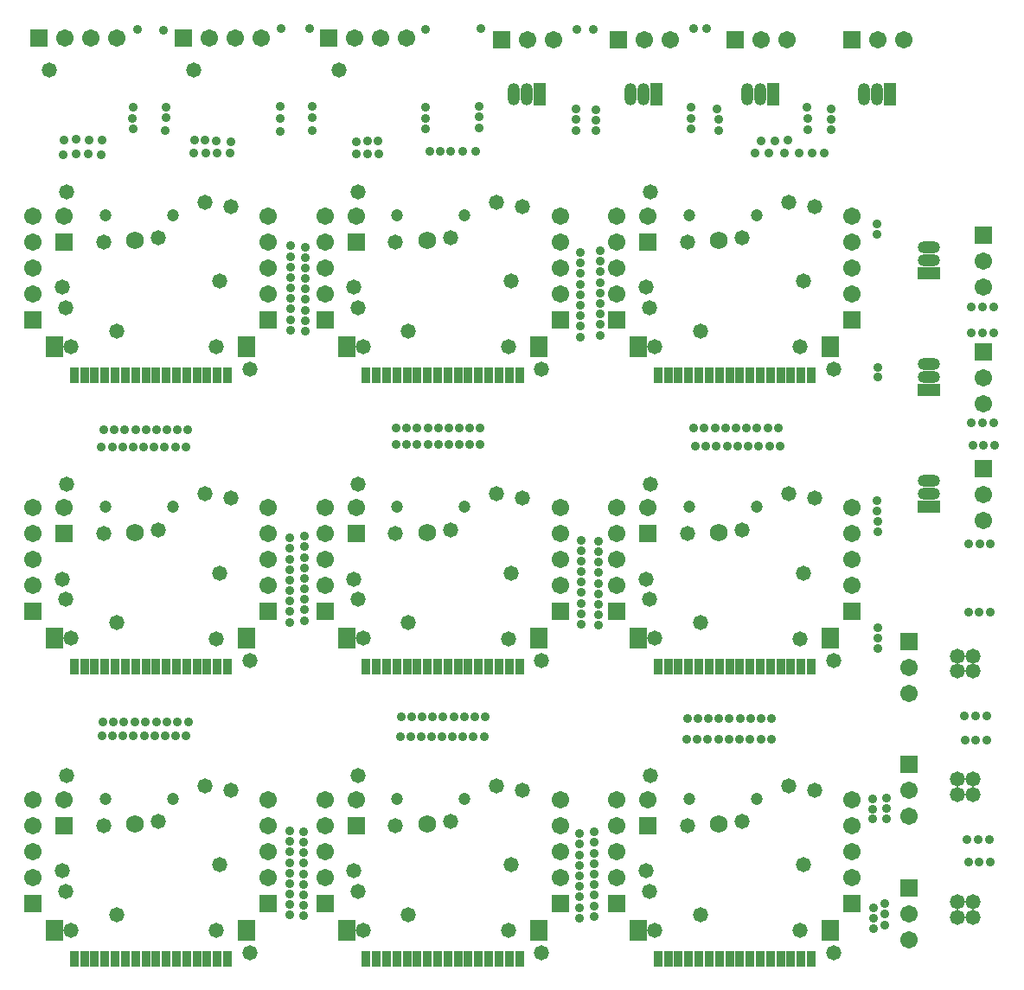
<source format=gbs>
G04*
G04 #@! TF.GenerationSoftware,Altium Limited,Altium Designer,19.0.11 (319)*
G04*
G04 Layer_Color=16711935*
%FSLAX25Y25*%
%MOIN*%
G70*
G01*
G75*
%ADD45C,0.03600*%
%ADD46C,0.06706*%
%ADD47R,0.06706X0.06706*%
%ADD48C,0.05800*%
%ADD49R,0.06706X0.06706*%
%ADD50O,0.08674X0.04737*%
%ADD51R,0.08674X0.04737*%
%ADD52C,0.06800*%
%ADD53C,0.04737*%
%ADD54O,0.04737X0.08674*%
%ADD55R,0.04737X0.08674*%
%ADD56R,0.03556X0.06115*%
%ADD57R,0.06706X0.08280*%
D45*
X266450Y377900D02*
D03*
X261400Y377750D02*
D03*
X222850Y377300D02*
D03*
X216450Y377600D02*
D03*
X332100Y302500D02*
D03*
Y298596D02*
D03*
X332400Y183959D02*
D03*
X18700Y334950D02*
D03*
X18450Y329150D02*
D03*
X83050Y334100D02*
D03*
X82750Y329650D02*
D03*
X140200Y329400D02*
D03*
X135900Y329450D02*
D03*
X131641Y329400D02*
D03*
X302300Y329850D02*
D03*
X296550Y329800D02*
D03*
X307100Y329650D02*
D03*
X311750Y329700D02*
D03*
X177550Y330600D02*
D03*
X172550Y330450D02*
D03*
X179350Y377700D02*
D03*
X158300Y377550D02*
D03*
X102400Y377700D02*
D03*
X113500D02*
D03*
X45600Y347400D02*
D03*
X45115Y343250D02*
D03*
X45344Y339000D02*
D03*
X58100Y347600D02*
D03*
X58215Y343300D02*
D03*
X57978Y338596D02*
D03*
X375850Y152650D02*
D03*
X371596D02*
D03*
X367341D02*
D03*
X374350Y112802D02*
D03*
X370096D02*
D03*
X365841D02*
D03*
X314500Y346950D02*
D03*
Y342796D02*
D03*
Y338641D02*
D03*
X47150Y377550D02*
D03*
X57250Y377150D02*
D03*
X159791Y330300D02*
D03*
X163846D02*
D03*
X167900D02*
D03*
X335750Y73291D02*
D03*
Y77246D02*
D03*
Y81200D02*
D03*
X290600Y329850D02*
D03*
X285050Y329800D02*
D03*
X111550Y153687D02*
D03*
Y157741D02*
D03*
Y161796D02*
D03*
Y149583D02*
D03*
Y169904D02*
D03*
Y173959D02*
D03*
Y178013D02*
D03*
Y165850D02*
D03*
Y182117D02*
D03*
X105800Y181417D02*
D03*
Y165150D02*
D03*
Y177313D02*
D03*
Y173259D02*
D03*
Y169204D02*
D03*
Y148883D02*
D03*
Y161096D02*
D03*
Y157041D02*
D03*
Y152987D02*
D03*
X270984Y338491D02*
D03*
Y342646D02*
D03*
X270643Y346750D02*
D03*
X305350Y338641D02*
D03*
Y343100D02*
D03*
X305300Y347354D02*
D03*
X260650Y339091D02*
D03*
Y343196D02*
D03*
Y347300D02*
D03*
X223800Y338341D02*
D03*
Y342496D02*
D03*
Y346600D02*
D03*
X216049Y338491D02*
D03*
Y342646D02*
D03*
Y346750D02*
D03*
X178750Y339491D02*
D03*
Y343646D02*
D03*
Y347800D02*
D03*
X158300Y339091D02*
D03*
Y343196D02*
D03*
Y347300D02*
D03*
X114573Y338396D02*
D03*
X114623Y343300D02*
D03*
X114600Y347900D02*
D03*
X102123Y338200D02*
D03*
X102136Y343100D02*
D03*
X102273Y347950D02*
D03*
X369041Y217100D02*
D03*
X373296D02*
D03*
X377550D02*
D03*
X368491Y225750D02*
D03*
X372746D02*
D03*
X377000D02*
D03*
X368641Y260437D02*
D03*
X372896D02*
D03*
X377150D02*
D03*
X368641Y270450D02*
D03*
X372896D02*
D03*
X377150D02*
D03*
X332250Y195900D02*
D03*
Y191946D02*
D03*
X332400Y187950D02*
D03*
X332600Y146850D02*
D03*
Y142896D02*
D03*
Y138941D02*
D03*
X330375Y80900D02*
D03*
Y76946D02*
D03*
Y72991D02*
D03*
X330750Y38900D02*
D03*
Y34796D02*
D03*
Y30841D02*
D03*
X335050Y32241D02*
D03*
Y36346D02*
D03*
Y40450D02*
D03*
X367396Y56450D02*
D03*
X371650D02*
D03*
X375904D02*
D03*
X366841Y65050D02*
D03*
X371096D02*
D03*
X375350D02*
D03*
X365991Y103302D02*
D03*
X370246D02*
D03*
X374500D02*
D03*
X375950Y179250D02*
D03*
X371696D02*
D03*
X367441D02*
D03*
X332400Y243296D02*
D03*
Y247200D02*
D03*
X287634Y334596D02*
D03*
X292884D02*
D03*
X297884Y334646D02*
D03*
X131491Y334250D02*
D03*
X135750Y334300D02*
D03*
X139850Y334400D02*
D03*
X77850Y329700D02*
D03*
X73450Y329800D02*
D03*
X68891Y329700D02*
D03*
X77650Y334500D02*
D03*
X73150Y334700D02*
D03*
X69041Y334750D02*
D03*
X33250Y329100D02*
D03*
X28200Y329300D02*
D03*
X23550Y329600D02*
D03*
X33400Y334950D02*
D03*
X28500Y334800D02*
D03*
X23350Y335000D02*
D03*
X225450Y288046D02*
D03*
Y283991D02*
D03*
Y279937D02*
D03*
Y292100D02*
D03*
Y271829D02*
D03*
Y267724D02*
D03*
Y263670D02*
D03*
Y275883D02*
D03*
Y259616D02*
D03*
X217850Y258944D02*
D03*
Y275212D02*
D03*
Y262999D02*
D03*
Y267053D02*
D03*
Y271157D02*
D03*
Y291429D02*
D03*
Y279266D02*
D03*
Y283320D02*
D03*
Y287374D02*
D03*
X111750Y289546D02*
D03*
Y285491D02*
D03*
Y281437D02*
D03*
Y293600D02*
D03*
Y273329D02*
D03*
Y269274D02*
D03*
Y265170D02*
D03*
Y277383D02*
D03*
Y261116D02*
D03*
X106050Y261516D02*
D03*
Y277783D02*
D03*
Y265570D02*
D03*
Y269674D02*
D03*
Y273729D02*
D03*
Y294000D02*
D03*
Y281837D02*
D03*
Y285891D02*
D03*
Y289946D02*
D03*
X61661Y216600D02*
D03*
X57607D02*
D03*
X53553D02*
D03*
X65716D02*
D03*
X45544D02*
D03*
X41390D02*
D03*
X37336D02*
D03*
X49549D02*
D03*
X33281D02*
D03*
X34066Y223150D02*
D03*
X50333D02*
D03*
X38120D02*
D03*
X42174D02*
D03*
X46329D02*
D03*
X66550D02*
D03*
X54337D02*
D03*
X58441D02*
D03*
X62496D02*
D03*
X175246Y217450D02*
D03*
X171241D02*
D03*
X167187D02*
D03*
X179300D02*
D03*
X159029D02*
D03*
X154974D02*
D03*
X150970D02*
D03*
X163133D02*
D03*
X146966D02*
D03*
Y223950D02*
D03*
X163133D02*
D03*
X150970D02*
D03*
X154974D02*
D03*
X159029D02*
D03*
X179300D02*
D03*
X167187D02*
D03*
X171241D02*
D03*
X175246D02*
D03*
X290663Y216650D02*
D03*
X286509D02*
D03*
X282454D02*
D03*
X294817D02*
D03*
X274346D02*
D03*
X270291D02*
D03*
X266187D02*
D03*
X278400D02*
D03*
X262133D02*
D03*
X261617Y223950D02*
D03*
X277850Y223750D02*
D03*
X265637D02*
D03*
X269691D02*
D03*
X273796D02*
D03*
X294267D02*
D03*
X281904D02*
D03*
X285959D02*
D03*
X290113D02*
D03*
X218100Y152220D02*
D03*
Y156274D02*
D03*
Y160329D02*
D03*
Y148116D02*
D03*
Y168437D02*
D03*
Y172491D02*
D03*
Y176546D02*
D03*
Y164383D02*
D03*
Y180600D02*
D03*
X224800Y180150D02*
D03*
Y163933D02*
D03*
Y176096D02*
D03*
Y172041D02*
D03*
Y167987D02*
D03*
Y147666D02*
D03*
Y159879D02*
D03*
Y155824D02*
D03*
Y151770D02*
D03*
X263070Y111900D02*
D03*
X267124D02*
D03*
X271229D02*
D03*
X259016D02*
D03*
X279337D02*
D03*
X283391D02*
D03*
X287546D02*
D03*
X275283D02*
D03*
X291600D02*
D03*
X291450Y103670D02*
D03*
X275083D02*
D03*
X287346D02*
D03*
X283191D02*
D03*
X279137D02*
D03*
X258816D02*
D03*
X271029D02*
D03*
X266924D02*
D03*
X262870D02*
D03*
X223000Y63996D02*
D03*
Y59941D02*
D03*
Y55837D02*
D03*
Y68100D02*
D03*
Y47729D02*
D03*
Y43674D02*
D03*
Y39620D02*
D03*
Y51783D02*
D03*
Y35516D02*
D03*
X217600Y34816D02*
D03*
Y51083D02*
D03*
Y38920D02*
D03*
Y42974D02*
D03*
Y47029D02*
D03*
Y67400D02*
D03*
Y55137D02*
D03*
Y59241D02*
D03*
Y63296D02*
D03*
X176646Y104750D02*
D03*
X172641D02*
D03*
X168637D02*
D03*
X180750D02*
D03*
X160529D02*
D03*
X156374D02*
D03*
X152370D02*
D03*
X164583D02*
D03*
X148366D02*
D03*
X148766Y112350D02*
D03*
X164983D02*
D03*
X152770D02*
D03*
X156774D02*
D03*
X160929D02*
D03*
X181150D02*
D03*
X169037D02*
D03*
X173041D02*
D03*
X177046D02*
D03*
X105800Y40070D02*
D03*
Y44124D02*
D03*
Y48179D02*
D03*
Y35966D02*
D03*
Y56287D02*
D03*
Y60391D02*
D03*
Y64446D02*
D03*
Y52233D02*
D03*
Y68550D02*
D03*
X111300Y68250D02*
D03*
Y51933D02*
D03*
Y64146D02*
D03*
Y60091D02*
D03*
Y55987D02*
D03*
Y35666D02*
D03*
Y47879D02*
D03*
Y43824D02*
D03*
Y39770D02*
D03*
X37420Y105100D02*
D03*
X41474D02*
D03*
X45629D02*
D03*
X33366D02*
D03*
X53687D02*
D03*
X57691D02*
D03*
X61796D02*
D03*
X49683D02*
D03*
X65850D02*
D03*
X66700Y110550D02*
D03*
X50283D02*
D03*
X62596D02*
D03*
X58491D02*
D03*
X54337D02*
D03*
X33766D02*
D03*
X46179D02*
D03*
X41974D02*
D03*
X37870D02*
D03*
D46*
X39000Y374198D02*
D03*
X29000D02*
D03*
X19000D02*
D03*
X94976D02*
D03*
X84976D02*
D03*
X74976D02*
D03*
X150953D02*
D03*
X140953D02*
D03*
X130953D02*
D03*
X373000Y278000D02*
D03*
Y288000D02*
D03*
Y233000D02*
D03*
Y243000D02*
D03*
Y188000D02*
D03*
Y198000D02*
D03*
X18902Y305499D02*
D03*
X97601D02*
D03*
Y295498D02*
D03*
Y285498D02*
D03*
Y275499D02*
D03*
X6901D02*
D03*
Y285498D02*
D03*
Y295498D02*
D03*
Y305499D02*
D03*
X18902Y192999D02*
D03*
X97601D02*
D03*
Y182999D02*
D03*
Y172998D02*
D03*
Y162998D02*
D03*
X6901D02*
D03*
Y172998D02*
D03*
Y182999D02*
D03*
Y192999D02*
D03*
X18902Y80498D02*
D03*
X97601D02*
D03*
Y70499D02*
D03*
Y60498D02*
D03*
Y50498D02*
D03*
X6901D02*
D03*
Y60498D02*
D03*
Y70499D02*
D03*
Y80498D02*
D03*
X131402Y305499D02*
D03*
X210102D02*
D03*
Y295498D02*
D03*
Y285498D02*
D03*
Y275499D02*
D03*
X119402D02*
D03*
Y285498D02*
D03*
Y295498D02*
D03*
Y305499D02*
D03*
X131402Y192999D02*
D03*
X210102D02*
D03*
Y182999D02*
D03*
Y172998D02*
D03*
Y162998D02*
D03*
X119402D02*
D03*
Y172998D02*
D03*
Y182999D02*
D03*
Y192999D02*
D03*
X131402Y80498D02*
D03*
X210102D02*
D03*
Y70499D02*
D03*
Y60498D02*
D03*
Y50498D02*
D03*
X119402D02*
D03*
Y60498D02*
D03*
Y70499D02*
D03*
Y80498D02*
D03*
X243901Y305499D02*
D03*
X322602D02*
D03*
Y295498D02*
D03*
Y285498D02*
D03*
Y275499D02*
D03*
X231902D02*
D03*
Y285498D02*
D03*
Y295498D02*
D03*
Y305499D02*
D03*
X243901Y192999D02*
D03*
X322602D02*
D03*
Y182999D02*
D03*
Y172998D02*
D03*
Y162998D02*
D03*
X231902D02*
D03*
Y172998D02*
D03*
Y182999D02*
D03*
Y192999D02*
D03*
X243901Y80498D02*
D03*
X322602D02*
D03*
Y70499D02*
D03*
Y60498D02*
D03*
Y50498D02*
D03*
X231902D02*
D03*
Y60498D02*
D03*
Y70499D02*
D03*
Y80498D02*
D03*
X344500Y36563D02*
D03*
Y26563D02*
D03*
Y84000D02*
D03*
Y74000D02*
D03*
Y131437D02*
D03*
Y121437D02*
D03*
X207500Y373500D02*
D03*
X197500D02*
D03*
X252500D02*
D03*
X242500D02*
D03*
X297500D02*
D03*
X287500D02*
D03*
X342500D02*
D03*
X332500D02*
D03*
D47*
X9000Y374198D02*
D03*
X64976D02*
D03*
X120953D02*
D03*
X187500Y373500D02*
D03*
X232500D02*
D03*
X277500D02*
D03*
X322500D02*
D03*
D48*
X13000Y361854D02*
D03*
X68976D02*
D03*
X124953D02*
D03*
X18001Y277998D02*
D03*
X39002Y261198D02*
D03*
X21501Y255199D02*
D03*
X19501Y270198D02*
D03*
X78802Y280298D02*
D03*
X77501Y254998D02*
D03*
X90333Y246599D02*
D03*
X34001Y295599D02*
D03*
X19702Y314699D02*
D03*
X55301Y296999D02*
D03*
X73001Y310799D02*
D03*
X83101Y309198D02*
D03*
X18001Y165498D02*
D03*
X39002Y148698D02*
D03*
X21501Y142699D02*
D03*
X19501Y157699D02*
D03*
X78802Y167798D02*
D03*
X77501Y142499D02*
D03*
X90333Y134098D02*
D03*
X34001Y183098D02*
D03*
X19702Y202199D02*
D03*
X55301Y184499D02*
D03*
X73001Y198299D02*
D03*
X83101Y196698D02*
D03*
X18001Y52999D02*
D03*
X39002Y36198D02*
D03*
X21501Y30198D02*
D03*
X19501Y45199D02*
D03*
X78802Y55299D02*
D03*
X77501Y29998D02*
D03*
X90333Y21599D02*
D03*
X34001Y70599D02*
D03*
X19702Y89698D02*
D03*
X55301Y71999D02*
D03*
X73001Y85799D02*
D03*
X83101Y84198D02*
D03*
X130501Y277998D02*
D03*
X151502Y261198D02*
D03*
X134002Y255199D02*
D03*
X132001Y270198D02*
D03*
X191302Y280298D02*
D03*
X190001Y254998D02*
D03*
X202833Y246599D02*
D03*
X146502Y295599D02*
D03*
X132202Y314699D02*
D03*
X167801Y296999D02*
D03*
X185502Y310799D02*
D03*
X195601Y309198D02*
D03*
X130501Y165498D02*
D03*
X151502Y148698D02*
D03*
X134002Y142699D02*
D03*
X132001Y157699D02*
D03*
X191302Y167798D02*
D03*
X190001Y142499D02*
D03*
X202833Y134098D02*
D03*
X146502Y183098D02*
D03*
X132202Y202199D02*
D03*
X167801Y184499D02*
D03*
X185502Y198299D02*
D03*
X195601Y196698D02*
D03*
X130501Y52999D02*
D03*
X151502Y36198D02*
D03*
X134002Y30198D02*
D03*
X132001Y45199D02*
D03*
X191302Y55299D02*
D03*
X190001Y29998D02*
D03*
X202833Y21599D02*
D03*
X146502Y70599D02*
D03*
X132202Y89698D02*
D03*
X167801Y71999D02*
D03*
X185502Y85799D02*
D03*
X195601Y84198D02*
D03*
X243002Y277998D02*
D03*
X264001Y261198D02*
D03*
X246501Y255199D02*
D03*
X244501Y270198D02*
D03*
X303801Y280298D02*
D03*
X302502Y254998D02*
D03*
X315333Y246599D02*
D03*
X259001Y295599D02*
D03*
X244702Y314699D02*
D03*
X280301Y296999D02*
D03*
X298002Y310799D02*
D03*
X308102Y309198D02*
D03*
X243002Y165498D02*
D03*
X264001Y148698D02*
D03*
X246501Y142699D02*
D03*
X244501Y157699D02*
D03*
X303801Y167798D02*
D03*
X302502Y142499D02*
D03*
X315333Y134098D02*
D03*
X259001Y183098D02*
D03*
X244702Y202199D02*
D03*
X280301Y184499D02*
D03*
X298002Y198299D02*
D03*
X308102Y196698D02*
D03*
X243002Y52999D02*
D03*
X264001Y36198D02*
D03*
X246501Y30198D02*
D03*
X244501Y45199D02*
D03*
X303801Y55299D02*
D03*
X302502Y29998D02*
D03*
X315333Y21599D02*
D03*
X259001Y70599D02*
D03*
X244702Y89698D02*
D03*
X280301Y71999D02*
D03*
X298002Y85799D02*
D03*
X308102Y84198D02*
D03*
X369000Y35099D02*
D03*
X363000D02*
D03*
X369000Y41063D02*
D03*
X363000D02*
D03*
X369000Y82537D02*
D03*
X363000D02*
D03*
X369000Y88500D02*
D03*
X363000D02*
D03*
X369000Y129973D02*
D03*
X363000D02*
D03*
X369000Y135937D02*
D03*
X363000D02*
D03*
D49*
X373000Y298000D02*
D03*
Y253000D02*
D03*
Y208000D02*
D03*
X18902Y295498D02*
D03*
X97601Y265498D02*
D03*
X6901D02*
D03*
X18902Y182999D02*
D03*
X97601Y152998D02*
D03*
X6901D02*
D03*
X18902Y70499D02*
D03*
X97601Y40499D02*
D03*
X6901D02*
D03*
X131402Y295498D02*
D03*
X210102Y265498D02*
D03*
X119402D02*
D03*
X131402Y182999D02*
D03*
X210102Y152998D02*
D03*
X119402D02*
D03*
X131402Y70499D02*
D03*
X210102Y40499D02*
D03*
X119402D02*
D03*
X243901Y295498D02*
D03*
X322602Y265498D02*
D03*
X231902D02*
D03*
X243901Y182999D02*
D03*
X322602Y152998D02*
D03*
X231902D02*
D03*
X243901Y70499D02*
D03*
X322602Y40499D02*
D03*
X231902D02*
D03*
X344500Y46563D02*
D03*
Y94000D02*
D03*
Y141437D02*
D03*
D50*
X352000Y293500D02*
D03*
Y288500D02*
D03*
Y248500D02*
D03*
Y243500D02*
D03*
Y203500D02*
D03*
Y198500D02*
D03*
D51*
Y283500D02*
D03*
Y238500D02*
D03*
Y193500D02*
D03*
D52*
X46202Y295999D02*
D03*
Y183499D02*
D03*
Y70999D02*
D03*
X158702Y295999D02*
D03*
Y183499D02*
D03*
Y70999D02*
D03*
X271201Y295999D02*
D03*
Y183499D02*
D03*
Y70999D02*
D03*
D53*
X34694Y305906D02*
D03*
X60678D02*
D03*
X34694Y193406D02*
D03*
X60678D02*
D03*
X34694Y80906D02*
D03*
X60678D02*
D03*
X147194Y305906D02*
D03*
X173178D02*
D03*
X147194Y193406D02*
D03*
X173178D02*
D03*
X147194Y80906D02*
D03*
X173178D02*
D03*
X259694Y305906D02*
D03*
X285678D02*
D03*
X259694Y193406D02*
D03*
X285678D02*
D03*
X259694Y80906D02*
D03*
X285678D02*
D03*
D54*
X192000Y352500D02*
D03*
X197000D02*
D03*
X237000D02*
D03*
X242000D02*
D03*
X282000D02*
D03*
X287000D02*
D03*
X327000D02*
D03*
X332000D02*
D03*
D55*
X202000D02*
D03*
X247000D02*
D03*
X292000D02*
D03*
X337000D02*
D03*
D56*
X81821Y244273D02*
D03*
X77884D02*
D03*
X73947D02*
D03*
X70010D02*
D03*
X66073D02*
D03*
X62136D02*
D03*
X58199D02*
D03*
X54262D02*
D03*
X50325D02*
D03*
X46388D02*
D03*
X42451D02*
D03*
X38514D02*
D03*
X34577D02*
D03*
X30640D02*
D03*
X26703D02*
D03*
X22766D02*
D03*
X81821Y131773D02*
D03*
X77884D02*
D03*
X73947D02*
D03*
X70010D02*
D03*
X66073D02*
D03*
X62136D02*
D03*
X58199D02*
D03*
X54262D02*
D03*
X50325D02*
D03*
X46388D02*
D03*
X42451D02*
D03*
X38514D02*
D03*
X34577D02*
D03*
X30640D02*
D03*
X26703D02*
D03*
X22766D02*
D03*
X81821Y19273D02*
D03*
X77884D02*
D03*
X73947D02*
D03*
X70010D02*
D03*
X66073D02*
D03*
X62136D02*
D03*
X58199D02*
D03*
X54262D02*
D03*
X50325D02*
D03*
X46388D02*
D03*
X42451D02*
D03*
X38514D02*
D03*
X34577D02*
D03*
X30640D02*
D03*
X26703D02*
D03*
X22766D02*
D03*
X194321Y244273D02*
D03*
X190384D02*
D03*
X186447D02*
D03*
X182510D02*
D03*
X178573D02*
D03*
X174636D02*
D03*
X170699D02*
D03*
X166762D02*
D03*
X162825D02*
D03*
X158888D02*
D03*
X154951D02*
D03*
X151014D02*
D03*
X147077D02*
D03*
X143140D02*
D03*
X139203D02*
D03*
X135266D02*
D03*
X194321Y131773D02*
D03*
X190384D02*
D03*
X186447D02*
D03*
X182510D02*
D03*
X178573D02*
D03*
X174636D02*
D03*
X170699D02*
D03*
X166762D02*
D03*
X162825D02*
D03*
X158888D02*
D03*
X154951D02*
D03*
X151014D02*
D03*
X147077D02*
D03*
X143140D02*
D03*
X139203D02*
D03*
X135266D02*
D03*
X194321Y19273D02*
D03*
X190384D02*
D03*
X186447D02*
D03*
X182510D02*
D03*
X178573D02*
D03*
X174636D02*
D03*
X170699D02*
D03*
X166762D02*
D03*
X162825D02*
D03*
X158888D02*
D03*
X154951D02*
D03*
X151014D02*
D03*
X147077D02*
D03*
X143140D02*
D03*
X139203D02*
D03*
X135266D02*
D03*
X306821Y244273D02*
D03*
X302884D02*
D03*
X298947D02*
D03*
X295010D02*
D03*
X291073D02*
D03*
X287136D02*
D03*
X283199D02*
D03*
X279262D02*
D03*
X275325D02*
D03*
X271388D02*
D03*
X267451D02*
D03*
X263514D02*
D03*
X259577D02*
D03*
X255640D02*
D03*
X251703D02*
D03*
X247766D02*
D03*
X306821Y131773D02*
D03*
X302884D02*
D03*
X298947D02*
D03*
X295010D02*
D03*
X291073D02*
D03*
X287136D02*
D03*
X283199D02*
D03*
X279262D02*
D03*
X275325D02*
D03*
X271388D02*
D03*
X267451D02*
D03*
X263514D02*
D03*
X259577D02*
D03*
X255640D02*
D03*
X251703D02*
D03*
X247766D02*
D03*
X306821Y19273D02*
D03*
X302884D02*
D03*
X298947D02*
D03*
X295010D02*
D03*
X291073D02*
D03*
X287136D02*
D03*
X283199D02*
D03*
X279262D02*
D03*
X275325D02*
D03*
X271388D02*
D03*
X267451D02*
D03*
X263514D02*
D03*
X259577D02*
D03*
X255640D02*
D03*
X251703D02*
D03*
X247766D02*
D03*
D57*
X89302Y255199D02*
D03*
X15286D02*
D03*
X89302Y142699D02*
D03*
X15286D02*
D03*
X89302Y30198D02*
D03*
X15286D02*
D03*
X201801Y255199D02*
D03*
X127786D02*
D03*
X201801Y142699D02*
D03*
X127786D02*
D03*
X201801Y30198D02*
D03*
X127786D02*
D03*
X314301Y255199D02*
D03*
X240286D02*
D03*
X314301Y142699D02*
D03*
X240286D02*
D03*
X314301Y30198D02*
D03*
X240286D02*
D03*
M02*

</source>
